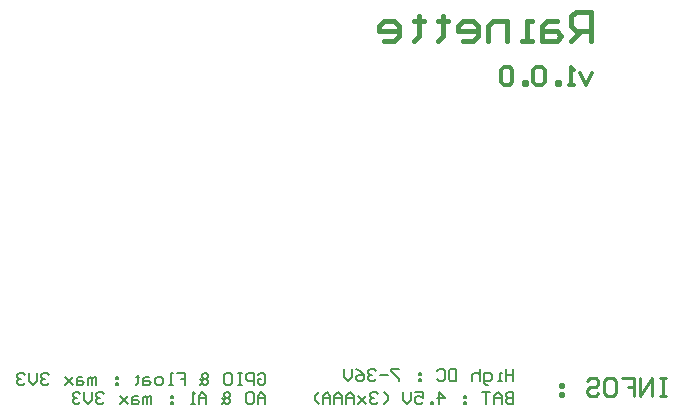
<source format=gbo>
G04*
G04 #@! TF.GenerationSoftware,Altium Limited,Altium Designer,24.9.1 (31)*
G04*
G04 Layer_Color=32896*
%FSLAX44Y44*%
%MOMM*%
G71*
G04*
G04 #@! TF.SameCoordinates,97D2A4A5-BD74-41C0-937B-CE03BE3D36C6*
G04*
G04*
G04 #@! TF.FilePolarity,Positive*
G04*
G01*
G75*
%ADD12C,0.2000*%
%ADD13C,0.3000*%
%ADD14C,0.2540*%
%ADD84C,0.4000*%
D12*
X261336Y590331D02*
X263002Y591997D01*
X266334D01*
X268000Y590331D01*
Y583666D01*
X266334Y582000D01*
X263002D01*
X261336Y583666D01*
Y586998D01*
X264668D01*
X258003Y582000D02*
Y591997D01*
X253005D01*
X251339Y590331D01*
Y586998D01*
X253005Y585332D01*
X258003D01*
X248006Y591997D02*
X244674D01*
X246340D01*
Y582000D01*
X248006D01*
X244674D01*
X234677Y591997D02*
X238010D01*
X239676Y590331D01*
Y583666D01*
X238010Y582000D01*
X234677D01*
X233011Y583666D01*
Y590331D01*
X234677Y591997D01*
X213018Y582000D02*
X214684Y583666D01*
X216350Y582000D01*
X218016D01*
X219682Y583666D01*
Y585332D01*
X218016Y586998D01*
X219682Y588665D01*
Y590331D01*
X218016Y591997D01*
X216350D01*
X214684Y590331D01*
Y588665D01*
X216350Y586998D01*
X214684Y585332D01*
Y583666D01*
X213018Y586998D02*
X214684Y585332D01*
X218016Y586998D02*
X216350D01*
X193024Y591997D02*
X199689D01*
Y586998D01*
X196356D01*
X199689D01*
Y582000D01*
X189692D02*
X186360D01*
X188026D01*
Y591997D01*
X189692D01*
X179695Y582000D02*
X176363D01*
X174697Y583666D01*
Y586998D01*
X176363Y588665D01*
X179695D01*
X181361Y586998D01*
Y583666D01*
X179695Y582000D01*
X169698Y588665D02*
X166366D01*
X164700Y586998D01*
Y582000D01*
X169698D01*
X171364Y583666D01*
X169698Y585332D01*
X164700D01*
X159702Y590331D02*
Y588665D01*
X161368D01*
X158035D01*
X159702D01*
Y583666D01*
X158035Y582000D01*
X143040Y588665D02*
X141374D01*
Y586998D01*
X143040D01*
Y588665D01*
Y583666D02*
X141374D01*
Y582000D01*
X143040D01*
Y583666D01*
X124713Y582000D02*
Y588665D01*
X123047D01*
X121381Y586998D01*
Y582000D01*
Y586998D01*
X119714Y588665D01*
X118048Y586998D01*
Y582000D01*
X113050Y588665D02*
X109718D01*
X108052Y586998D01*
Y582000D01*
X113050D01*
X114716Y583666D01*
X113050Y585332D01*
X108052D01*
X104719Y588665D02*
X98055Y582000D01*
X101387Y585332D01*
X98055Y588665D01*
X104719Y582000D01*
X84726Y590331D02*
X83060Y591997D01*
X79727D01*
X78061Y590331D01*
Y588665D01*
X79727Y586998D01*
X81393D01*
X79727D01*
X78061Y585332D01*
Y583666D01*
X79727Y582000D01*
X83060D01*
X84726Y583666D01*
X74729Y591997D02*
Y585332D01*
X71397Y582000D01*
X68064Y585332D01*
Y591997D01*
X64732Y590331D02*
X63066Y591997D01*
X59734D01*
X58068Y590331D01*
Y588665D01*
X59734Y586998D01*
X61400D01*
X59734D01*
X58068Y585332D01*
Y583666D01*
X59734Y582000D01*
X63066D01*
X64732Y583666D01*
X268000Y566000D02*
Y572664D01*
X264668Y575997D01*
X261336Y572664D01*
Y566000D01*
Y570998D01*
X268000D01*
X258003Y574331D02*
X256337Y575997D01*
X253005D01*
X251339Y574331D01*
Y567666D01*
X253005Y566000D01*
X256337D01*
X258003Y567666D01*
Y574331D01*
X231345Y566000D02*
X233011Y567666D01*
X234677Y566000D01*
X236343D01*
X238010Y567666D01*
Y569332D01*
X236343Y570998D01*
X238010Y572664D01*
Y574331D01*
X236343Y575997D01*
X234677D01*
X233011Y574331D01*
Y572664D01*
X234677Y570998D01*
X233011Y569332D01*
Y567666D01*
X231345Y570998D02*
X233011Y569332D01*
X236343Y570998D02*
X234677D01*
X218016Y566000D02*
Y572664D01*
X214684Y575997D01*
X211352Y572664D01*
Y566000D01*
Y570998D01*
X218016D01*
X208019Y566000D02*
X204687D01*
X206353D01*
Y575997D01*
X208019Y574331D01*
X189692Y572664D02*
X188026D01*
Y570998D01*
X189692D01*
Y572664D01*
Y567666D02*
X188026D01*
Y566000D01*
X189692D01*
Y567666D01*
X171364Y566000D02*
Y572664D01*
X169698D01*
X168032Y570998D01*
Y566000D01*
Y570998D01*
X166366Y572664D01*
X164700Y570998D01*
Y566000D01*
X159702Y572664D02*
X156369D01*
X154703Y570998D01*
Y566000D01*
X159702D01*
X161368Y567666D01*
X159702Y569332D01*
X154703D01*
X151371Y572664D02*
X144706Y566000D01*
X148039Y569332D01*
X144706Y572664D01*
X151371Y566000D01*
X131377Y574331D02*
X129711Y575997D01*
X126379D01*
X124713Y574331D01*
Y572664D01*
X126379Y570998D01*
X128045D01*
X126379D01*
X124713Y569332D01*
Y567666D01*
X126379Y566000D01*
X129711D01*
X131377Y567666D01*
X121381Y575997D02*
Y569332D01*
X118048Y566000D01*
X114716Y569332D01*
Y575997D01*
X111384Y574331D02*
X109718Y575997D01*
X106385D01*
X104719Y574331D01*
Y572664D01*
X106385Y570998D01*
X108052D01*
X106385D01*
X104719Y569332D01*
Y567666D01*
X106385Y566000D01*
X109718D01*
X111384Y567666D01*
X478000Y575997D02*
Y566000D01*
X473002D01*
X471335Y567666D01*
Y569332D01*
X473002Y570998D01*
X478000D01*
X473002D01*
X471335Y572664D01*
Y574331D01*
X473002Y575997D01*
X478000D01*
X468003Y566000D02*
Y572664D01*
X464671Y575997D01*
X461339Y572664D01*
Y566000D01*
Y570998D01*
X468003D01*
X458006Y575997D02*
X451342D01*
X454674D01*
Y566000D01*
X438013Y572664D02*
X436347D01*
Y570998D01*
X438013D01*
Y572664D01*
Y567666D02*
X436347D01*
Y566000D01*
X438013D01*
Y567666D01*
X414687Y566000D02*
Y575997D01*
X419686Y570998D01*
X413021D01*
X409689Y566000D02*
Y567666D01*
X408023D01*
Y566000D01*
X409689D01*
X394693Y575997D02*
X401358D01*
Y570998D01*
X398026Y572664D01*
X396360D01*
X394693Y570998D01*
Y567666D01*
X396360Y566000D01*
X399692D01*
X401358Y567666D01*
X391361Y575997D02*
Y569332D01*
X388029Y566000D01*
X384697Y569332D01*
Y575997D01*
X368036Y566000D02*
X371368Y569332D01*
Y572664D01*
X368036Y575997D01*
X363037Y574331D02*
X361371Y575997D01*
X358039D01*
X356373Y574331D01*
Y572664D01*
X358039Y570998D01*
X359705D01*
X358039D01*
X356373Y569332D01*
Y567666D01*
X358039Y566000D01*
X361371D01*
X363037Y567666D01*
X353040Y572664D02*
X346376Y566000D01*
X349708Y569332D01*
X346376Y572664D01*
X353040Y566000D01*
X343044D02*
Y572664D01*
X339711Y575997D01*
X336379Y572664D01*
Y566000D01*
Y570998D01*
X343044D01*
X333047Y566000D02*
Y572664D01*
X329715Y575997D01*
X326382Y572664D01*
Y566000D01*
Y570998D01*
X333047D01*
X323050Y566000D02*
Y572664D01*
X319718Y575997D01*
X316385Y572664D01*
Y566000D01*
Y570998D01*
X323050D01*
X313053Y566000D02*
X309721Y569332D01*
Y572664D01*
X313053Y575997D01*
X478000Y595329D02*
Y585332D01*
Y590331D01*
X471335D01*
Y595329D01*
Y585332D01*
X468003D02*
X464671D01*
X466337D01*
Y591997D01*
X468003D01*
X456340Y582000D02*
X454674D01*
X453008Y583666D01*
Y591997D01*
X458006D01*
X459673Y590331D01*
Y586998D01*
X458006Y585332D01*
X453008D01*
X449676Y595329D02*
Y585332D01*
Y590331D01*
X448010Y591997D01*
X444677D01*
X443011Y590331D01*
Y585332D01*
X429682Y595329D02*
Y585332D01*
X424684D01*
X423018Y586998D01*
Y593663D01*
X424684Y595329D01*
X429682D01*
X413021Y593663D02*
X414687Y595329D01*
X418019D01*
X419686Y593663D01*
Y586998D01*
X418019Y585332D01*
X414687D01*
X413021Y586998D01*
X399692Y591997D02*
X398026D01*
Y590331D01*
X399692D01*
Y591997D01*
Y586998D02*
X398026D01*
Y585332D01*
X399692D01*
Y586998D01*
X381365Y595329D02*
X374700D01*
Y593663D01*
X381365Y586998D01*
Y585332D01*
X371368Y590331D02*
X364703D01*
X361371Y593663D02*
X359705Y595329D01*
X356372D01*
X354706Y593663D01*
Y591997D01*
X356372Y590331D01*
X358039D01*
X356372D01*
X354706Y588665D01*
Y586998D01*
X356372Y585332D01*
X359705D01*
X361371Y586998D01*
X344710Y595329D02*
X348042Y593663D01*
X351374Y590331D01*
Y586998D01*
X349708Y585332D01*
X346376D01*
X344710Y586998D01*
Y588665D01*
X346376Y590331D01*
X351374D01*
X341377Y595329D02*
Y588665D01*
X338045Y585332D01*
X334713Y588665D01*
Y595329D01*
D13*
X544624Y846047D02*
X539626Y836050D01*
X534627Y846047D01*
X529629Y836050D02*
X524631D01*
X527130D01*
Y851045D01*
X529629Y848546D01*
X517133Y836050D02*
Y838549D01*
X514634D01*
Y836050D01*
X517133D01*
X504637Y848546D02*
X502138Y851045D01*
X497139D01*
X494640Y848546D01*
Y838549D01*
X497139Y836050D01*
X502138D01*
X504637Y838549D01*
Y848546D01*
X489642Y836050D02*
Y838549D01*
X487143D01*
Y836050D01*
X489642D01*
X477146Y848546D02*
X474647Y851045D01*
X469648D01*
X467149Y848546D01*
Y838549D01*
X469648Y836050D01*
X474647D01*
X477146Y838549D01*
Y848546D01*
D14*
X607460Y587535D02*
X602462D01*
X604961D01*
Y572540D01*
X607460D01*
X602462D01*
X594964D02*
Y587535D01*
X584967Y572540D01*
Y587535D01*
X569972D02*
X579969D01*
Y580038D01*
X574971D01*
X579969D01*
Y572540D01*
X557476Y587535D02*
X562475D01*
X564974Y585036D01*
Y575039D01*
X562475Y572540D01*
X557476D01*
X554977Y575039D01*
Y585036D01*
X557476Y587535D01*
X539982Y585036D02*
X542481Y587535D01*
X547479D01*
X549979Y585036D01*
Y582537D01*
X547479Y580038D01*
X542481D01*
X539982Y577538D01*
Y575039D01*
X542481Y572540D01*
X547479D01*
X549979Y575039D01*
X519988Y582537D02*
X517489D01*
Y580038D01*
X519988D01*
Y582537D01*
Y575039D02*
X517489D01*
Y572540D01*
X519988D01*
Y575039D01*
D84*
X543624Y873188D02*
Y898180D01*
X531128D01*
X526963Y894015D01*
Y885684D01*
X531128Y881519D01*
X543624D01*
X535293D02*
X526963Y873188D01*
X514467Y889849D02*
X506136D01*
X501971Y885684D01*
Y873188D01*
X514467D01*
X518632Y877353D01*
X514467Y881519D01*
X501971D01*
X493640Y873188D02*
X485309D01*
X489475D01*
Y889849D01*
X493640D01*
X472814Y873188D02*
Y889849D01*
X460318D01*
X456152Y885684D01*
Y873188D01*
X435326D02*
X443656D01*
X447822Y877353D01*
Y885684D01*
X443656Y889849D01*
X435326D01*
X431160Y885684D01*
Y881519D01*
X447822D01*
X418664Y894015D02*
Y889849D01*
X422830D01*
X414499D01*
X418664D01*
Y877353D01*
X414499Y873188D01*
X397838Y894015D02*
Y889849D01*
X402003D01*
X393672D01*
X397838D01*
Y877353D01*
X393672Y873188D01*
X368680D02*
X377011D01*
X381176Y877353D01*
Y885684D01*
X377011Y889849D01*
X368680D01*
X364515Y885684D01*
Y881519D01*
X381176D01*
M02*

</source>
